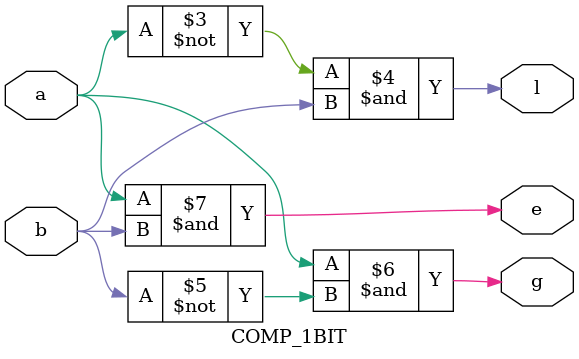
<source format=v>
module COMP_1BIT(
                input a,b,
                output l,g,e
                );
    
    //data flow
    assign l=~a&b;
    assign g=a&~b;
    assign e=a&b;
 endmodule
  

     //testbench
     module COMP_1BIT_tb();
          reg a,b;
          wire l,g,e;

          //instantiation
          COMP_1BIT C1(a,b,l,g,e);

          initial
          repeat(5)
          begin
          a=$random;b=$random;#10;
          end
          initial
          $monitor("a=%b b=%b l=%b g=%b e=%b Time=%0t",a,b,l,g,e,$time);
          endmodule


</source>
